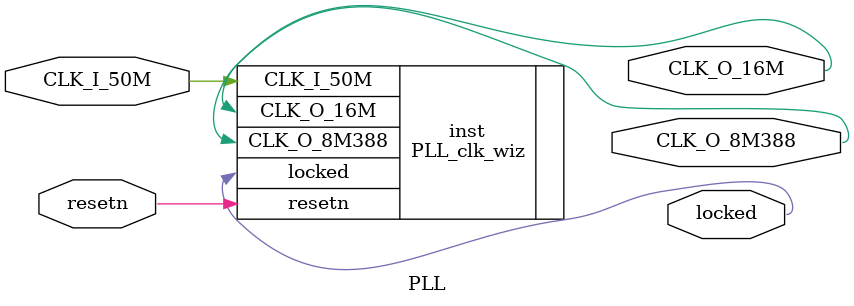
<source format=v>


`timescale 1ps/1ps

(* CORE_GENERATION_INFO = "PLL,clk_wiz_v6_0_4_0_0,{component_name=PLL,use_phase_alignment=true,use_min_o_jitter=false,use_max_i_jitter=false,use_dyn_phase_shift=false,use_inclk_switchover=false,use_dyn_reconfig=false,enable_axi=0,feedback_source=FDBK_AUTO,PRIMITIVE=MMCM,num_out_clk=2,clkin1_period=20.000,clkin2_period=10.0,use_power_down=false,use_reset=true,use_locked=true,use_inclk_stopped=false,feedback_type=SINGLE,CLOCK_MGR_TYPE=NA,manual_override=false}" *)

module PLL 
 (
  // Clock out ports
  output        CLK_O_16M,
  output        CLK_O_8M388,
  // Status and control signals
  input         resetn,
  output        locked,
 // Clock in ports
  input         CLK_I_50M
 );

  PLL_clk_wiz inst
  (
  // Clock out ports  
  .CLK_O_16M(CLK_O_16M),
  .CLK_O_8M388(CLK_O_8M388),
  // Status and control signals               
  .resetn(resetn), 
  .locked(locked),
 // Clock in ports
  .CLK_I_50M(CLK_I_50M)
  );

endmodule

</source>
